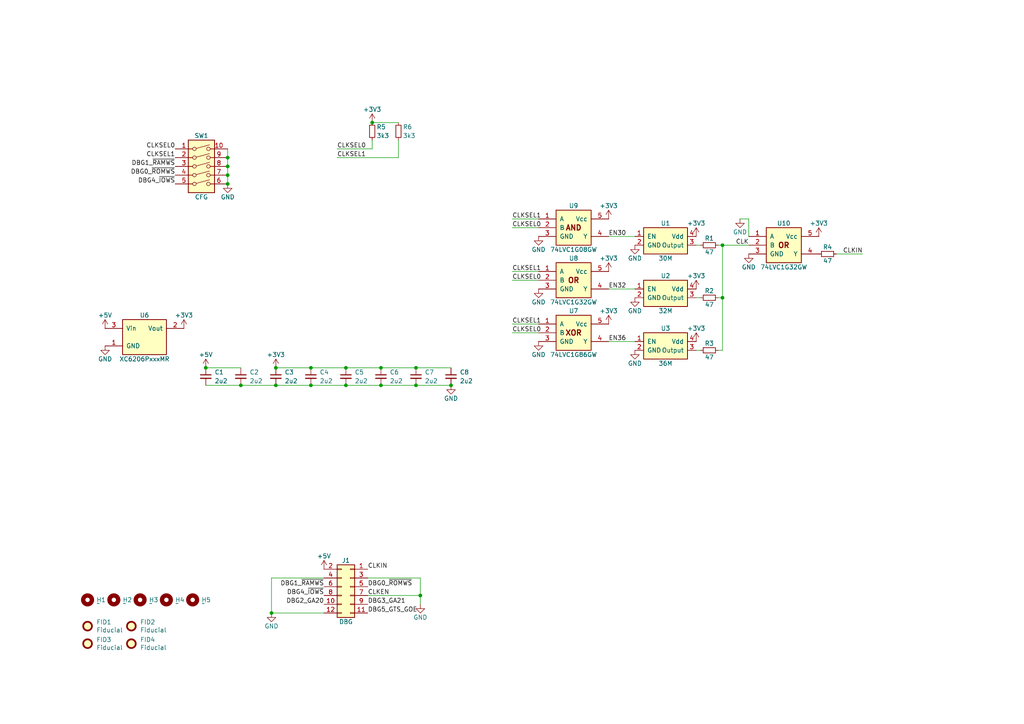
<source format=kicad_sch>
(kicad_sch (version 20231120) (generator "eeschema") (generator_version "8.0")
  (paper "A4")
  (title_block (title "WarpSE-OC (GW4411A)") (date "2024-10-19") (rev "1.0") (company "Garrett's Workshop"))
  (lib_symbols
    (symbol "+5V_1" (power) (pin_numbers hide) (pin_names (offset 0) hide)
      (property "Value" "+5V" (at 0 3.556 0))
      (symbol "+5V_1_0_1"
        (polyline (pts (xy -0.762 1.27) (xy 0 2.54)))
        (polyline (pts (xy 0 0) (xy 0 2.54)))
        (polyline (pts (xy 0 2.54) (xy 0.762 1.27)))
      )
      (symbol "+5V_1_1_1"
        (pin power_in line (at 0 0 90) (length 0) (name "~") (number "1"))
      )
    )
    (symbol "Connector_Generic:Conn_02x06_Odd_Even" (pin_names (offset 1.016) hide)
      (property "Reference" "J" (at 1.27 7.62 0))
      (property "Value" "Conn_02x06_Odd_Even" (at 1.27 -10.16 0))
      (symbol "Conn_02x06_Odd_Even_1_1"
        (rectangle (start -1.27 -7.493) (end 0 -7.747) (stroke (width 0.1524)))
        (rectangle (start -1.27 -4.953) (end 0 -5.207) (stroke (width 0.1524)))
        (rectangle (start -1.27 -2.413) (end 0 -2.667) (stroke (width 0.1524)))
        (rectangle (start -1.27 0.127) (end 0 -0.127) (stroke (width 0.1524)))
        (rectangle (start -1.27 2.667) (end 0 2.413) (stroke (width 0.1524)))
        (rectangle (start -1.27 5.207) (end 0 4.953) (stroke (width 0.1524)))
        (rectangle (start -1.27 6.35) (end 3.81 -8.89) (stroke (width 0.254)) (fill (type background)))
        (rectangle (start 3.81 -7.493) (end 2.54 -7.747) (stroke (width 0.1524)))
        (rectangle (start 3.81 -4.953) (end 2.54 -5.207) (stroke (width 0.1524)))
        (rectangle (start 3.81 -2.413) (end 2.54 -2.667) (stroke (width 0.1524)))
        (rectangle (start 3.81 0.127) (end 2.54 -0.127) (stroke (width 0.1524)))
        (rectangle (start 3.81 2.667) (end 2.54 2.413) (stroke (width 0.1524)))
        (rectangle (start 3.81 5.207) (end 2.54 4.953) (stroke (width 0.1524)))
        (pin passive line (at -5.08 5.08 0) (length 3.81) (name "Pin_1") (number "1"))
        (pin passive line (at 7.62 -5.08 180) (length 3.81) (name "Pin_10") (number "10"))
        (pin passive line (at -5.08 -7.62 0) (length 3.81) (name "Pin_11") (number "11"))
        (pin passive line (at 7.62 -7.62 180) (length 3.81) (name "Pin_12") (number "12"))
        (pin passive line (at 7.62 5.08 180) (length 3.81) (name "Pin_2") (number "2"))
        (pin passive line (at -5.08 2.54 0) (length 3.81) (name "Pin_3") (number "3"))
        (pin passive line (at 7.62 2.54 180) (length 3.81) (name "Pin_4") (number "4"))
        (pin passive line (at -5.08 0 0) (length 3.81) (name "Pin_5") (number "5"))
        (pin passive line (at 7.62 0 180) (length 3.81) (name "Pin_6") (number "6"))
        (pin passive line (at -5.08 -2.54 0) (length 3.81) (name "Pin_7") (number "7"))
        (pin passive line (at 7.62 -2.54 180) (length 3.81) (name "Pin_8") (number "8"))
        (pin passive line (at -5.08 -5.08 0) (length 3.81) (name "Pin_9") (number "9"))
      )
    )
    (symbol "Device:C_Small" (pin_numbers hide) (pin_names (offset 0.254) hide)
      (property "Reference" "C" (at 0.254 1.778 0))
      (property "Value" "C_Small" (at 0.254 -2.032 0))
      (symbol "C_Small_0_1"
        (polyline (pts (xy -1.524 -0.508) (xy 1.524 -0.508)) (stroke (width 0.3302)))
        (polyline (pts (xy -1.524 0.508) (xy 1.524 0.508)) (stroke (width 0.3048)))
      )
      (symbol "C_Small_1_1"
        (pin passive line (at 0 2.54 270) (length 2.032) (name "~") (number "1"))
        (pin passive line (at 0 -2.54 90) (length 2.032) (name "~") (number "2"))
      )
    )
    (symbol "Device:R_Small" (pin_numbers hide) (pin_names (offset 0.254) hide)
      (property "Reference" "R" (at 0.762 0.508 0))
      (property "Value" "R_Small" (at 0.762 -1.016 0))
      (symbol "R_Small_0_1"
        (rectangle (start -0.762 1.778) (end 0.762 -1.778) (stroke (width 0.2032)))
      )
      (symbol "R_Small_1_1"
        (pin passive line (at 0 2.54 270) (length 0.762) (name "~") (number "1"))
        (pin passive line (at 0 -2.54 90) (length 0.762) (name "~") (number "2"))
      )
    )
    (symbol "GND_1" (power) (pin_numbers hide) (pin_names (offset 0) hide)
      (property "Value" "GND" (at 0 -3.81 0))
      (symbol "GND_1_0_1"
        (polyline (pts (xy 0 0) (xy 0 -1.27) (xy 1.27 -1.27) (xy 0 -2.54) (xy -1.27 -1.27) (xy 0 -1.27)))
      )
      (symbol "GND_1_1_1"
        (pin power_in line (at 0 0 270) (length 0) (name "~") (number "1"))
      )
    )
    (symbol "GW_Logic:741G08GW" (pin_names (offset 1.016))
      (property "Reference" "U" (at 0 6.35 0))
      (property "Value" "741G08GW" (at 0 -6.35 0))
      (symbol "741G08GW_0_1"
        (rectangle (start 5.08 -5.08) (end -5.08 5.08) (stroke (width 0.254)) (fill (type background)))
      )
      (symbol "741G08GW_1_1"
        (text "AND" (at 0 0 0) (effects (font (size 1.524 1.524) (bold yes))))
        (pin input line (at -10.16 2.54 0) (length 5.08) (name "A") (number "1"))
        (pin input line (at -10.16 0 0) (length 5.08) (name "B") (number "2"))
        (pin power_in line (at -10.16 -2.54 0) (length 5.08) (name "GND") (number "3"))
        (pin output line (at 10.16 -2.54 180) (length 5.08) (name "Y") (number "4"))
        (pin power_in line (at 10.16 2.54 180) (length 5.08) (name "Vcc") (number "5"))
      )
    )
    (symbol "GW_Logic:741G32GW" (pin_names (offset 1.016))
      (property "Reference" "U" (at 0 6.35 0))
      (property "Value" "741G32GW" (at 0 -6.35 0))
      (symbol "741G32GW_0_1"
        (rectangle (start -5.08 5.08) (end 5.08 -5.08) (stroke (width 0.254)) (fill (type background)))
      )
      (symbol "741G32GW_1_1"
        (text "OR" (at 0 0 0) (effects (font (size 1.524 1.524) (bold yes))))
        (pin input line (at -10.16 2.54 0) (length 5.08) (name "A") (number "1"))
        (pin input line (at -10.16 0 0) (length 5.08) (name "B") (number "2"))
        (pin power_in line (at -10.16 -2.54 0) (length 5.08) (name "GND") (number "3"))
        (pin output line (at 10.16 -2.54 180) (length 5.08) (name "Y") (number "4"))
        (pin power_in line (at 10.16 2.54 180) (length 5.08) (name "Vcc") (number "5"))
      )
    )
    (symbol "GW_Logic:741G86GW" (pin_names (offset 1.016))
      (property "Reference" "U" (at 0 6.35 0))
      (property "Value" "741G86GW" (at 0 -6.35 0))
      (symbol "741G86GW_0_1"
        (rectangle (start 5.08 -5.08) (end -5.08 5.08) (stroke (width 0.254)) (fill (type background)))
      )
      (symbol "741G86GW_1_1"
        (text "XOR" (at 0 0 0) (effects (font (size 1.524 1.524) (bold yes))))
        (pin input line (at -10.16 2.54 0) (length 5.08) (name "A") (number "1"))
        (pin input line (at -10.16 0 0) (length 5.08) (name "B") (number "2"))
        (pin power_in line (at -10.16 -2.54 0) (length 5.08) (name "GND") (number "3"))
        (pin output line (at 10.16 -2.54 180) (length 5.08) (name "Y") (number "4"))
        (pin power_in line (at 10.16 2.54 180) (length 5.08) (name "Vcc") (number "5"))
      )
    )
    (symbol "GW_Logic:Oscillator_4P" (pin_names (offset 1.016))
      (property "Reference" "U" (at 0 6.35 0))
      (property "Value" "Oscillator_4P" (at 0 -3.81 0))
      (symbol "Oscillator_4P_0_1"
        (rectangle (start -6.35 5.08) (end 6.35 -2.54) (stroke (width 0.254)) (fill (type background)))
      )
      (symbol "Oscillator_4P_1_1"
        (pin input line (at -8.89 2.54 0) (length 2.54) (name "EN") (number "1"))
        (pin power_in line (at -8.89 0 0) (length 2.54) (name "GND") (number "2"))
        (pin output line (at 8.89 0 180) (length 2.54) (name "Output") (number "3"))
        (pin power_in line (at 8.89 2.54 180) (length 2.54) (name "Vdd") (number "4"))
      )
    )
    (symbol "GW_Power:XC6206PxxxMR" (pin_names (offset 1.016))
      (property "Reference" "U" (at 0 6.35 0))
      (property "Value" "XC6206PxxxMR" (at 0 -6.35 0))
      (symbol "XC6206PxxxMR_0_1"
        (rectangle (start -6.35 5.08) (end 6.35 -5.08) (stroke (width 0.254)) (fill (type background)))
      )
      (symbol "XC6206PxxxMR_1_1"
        (pin power_in line (at -11.43 -2.54 0) (length 5.08) (name "GND") (number "1"))
        (pin power_out line (at 11.43 2.54 180) (length 5.08) (name "Vout") (number "2"))
        (pin power_in line (at -11.43 2.54 0) (length 5.08) (name "Vin") (number "3"))
      )
    )
    (symbol "Mechanical:Fiducial"
      (property "Reference" "FID" (at 0 5.08 0))
      (property "Value" "Fiducial" (at 0 3.175 0))
      (symbol "Fiducial_0_1"
        (circle (center 0 0) (radius 1.27) (stroke (width 0.508)) (fill (type background)))
      )
    )
    (symbol "Mechanical:MountingHole" (pin_names (offset 1.016))
      (property "Reference" "H" (at 0 5.08 0))
      (property "Value" "MountingHole" (at 0 3.175 0))
      (symbol "MountingHole_0_1"
        (circle (center 0 0) (radius 1.27) (stroke (width 1.27)))
      )
    )
    (symbol "Switch:SW_DIP_x05" (pin_names (offset 0) hide)
      (property "Reference" "SW" (at 0 8.89 0))
      (property "Value" "SW_DIP_x05" (at 0 -8.89 0))
      (symbol "SW_DIP_x05_0_0"
        (circle (center -2.032 -5.08) (radius 0.508))
        (circle (center -2.032 -2.54) (radius 0.508))
        (circle (center -2.032 0) (radius 0.508))
        (circle (center -2.032 2.54) (radius 0.508))
        (circle (center -2.032 5.08) (radius 0.508))
        (polyline (pts (xy -1.524 -4.9276) (xy 2.3622 -3.8862)))
        (polyline (pts (xy -1.524 -2.3876) (xy 2.3622 -1.3462)))
        (polyline (pts (xy -1.524 0.127) (xy 2.3622 1.1684)))
        (polyline (pts (xy -1.524 2.667) (xy 2.3622 3.7084)))
        (polyline (pts (xy -1.524 5.207) (xy 2.3622 6.2484)))
        (circle (center 2.032 -5.08) (radius 0.508))
        (circle (center 2.032 -2.54) (radius 0.508))
        (circle (center 2.032 0) (radius 0.508))
        (circle (center 2.032 2.54) (radius 0.508))
        (circle (center 2.032 5.08) (radius 0.508))
      )
      (symbol "SW_DIP_x05_0_1"
        (rectangle (start -3.81 7.62) (end 3.81 -7.62) (stroke (width 0.254)) (fill (type background)))
      )
      (symbol "SW_DIP_x05_1_1"
        (pin passive line (at -7.62 5.08 0) (length 5.08) (name "~") (number "1"))
        (pin passive line (at 7.62 5.08 180) (length 5.08) (name "~") (number "10"))
        (pin passive line (at -7.62 2.54 0) (length 5.08) (name "~") (number "2"))
        (pin passive line (at -7.62 0 0) (length 5.08) (name "~") (number "3"))
        (pin passive line (at -7.62 -2.54 0) (length 5.08) (name "~") (number "4"))
        (pin passive line (at -7.62 -5.08 0) (length 5.08) (name "~") (number "5"))
        (pin passive line (at 7.62 -5.08 180) (length 5.08) (name "~") (number "6"))
        (pin passive line (at 7.62 -2.54 180) (length 5.08) (name "~") (number "7"))
        (pin passive line (at 7.62 0 180) (length 5.08) (name "~") (number "8"))
        (pin passive line (at 7.62 2.54 180) (length 5.08) (name "~") (number "9"))
      )
    )
    (symbol "power:+3V3" (power) (pin_numbers hide) (pin_names (offset 0) hide)
      (property "Value" "+3V3" (at 0 3.556 0))
      (symbol "+3V3_0_1"
        (polyline (pts (xy -0.762 1.27) (xy 0 2.54)))
        (polyline (pts (xy 0 0) (xy 0 2.54)))
        (polyline (pts (xy 0 2.54) (xy 0.762 1.27)))
      )
      (symbol "+3V3_1_1"
        (pin power_in line (at 0 0 90) (length 0) (name "~") (number "1"))
      )
    )
    (symbol "power:+5V" (power) (pin_names (offset 0))
      (property "Value" "+5V" (at 0 3.556 0))
      (symbol "+5V_0_1"
        (polyline (pts (xy -0.762 1.27) (xy 0 2.54)))
        (polyline (pts (xy 0 0) (xy 0 2.54)))
        (polyline (pts (xy 0 2.54) (xy 0.762 1.27)))
      )
      (symbol "+5V_1_1"
        (pin power_in line (at 0 0 90) (length 0) hide (name "+5V") (number "1"))
      )
    )
    (symbol "power:GND" (power) (pin_names (offset 0))
      (property "Value" "GND" (at 0 -3.81 0))
      (symbol "GND_0_1"
        (polyline (pts (xy 0 0) (xy 0 -1.27) (xy 1.27 -1.27) (xy 0 -2.54) (xy -1.27 -1.27) (xy 0 -1.27)))
      )
      (symbol "GND_1_1"
        (pin power_in line (at 0 0 270) (length 0) hide (name "GND") (number "1"))
      )
    )
  )
  (junction (at 90.17 106.68))
  (junction (at 78.74 177.8))
  (junction (at 110.49 111.76))
  (junction (at 80.01 111.76))
  (junction (at 209.55 86.36))
  (junction (at 69.85 111.76))
  (junction (at 66.04 45.72))
  (junction (at 120.65 106.68))
  (junction (at 80.01 106.68))
  (junction (at 107.95 35.56))
  (junction (at 110.49 106.68))
  (junction (at 130.81 111.76))
  (junction (at 66.04 50.8))
  (junction (at 100.33 111.76))
  (junction (at 90.17 111.76))
  (junction (at 59.69 106.68))
  (junction (at 100.33 106.68))
  (junction (at 120.65 111.76))
  (junction (at 209.55 71.12))
  (junction (at 121.92 172.72))
  (junction (at 66.04 53.34))
  (junction (at 66.04 48.26))
  (wire (pts (xy 176.53 99.06) (xy 184.15 99.06)))
  (wire (pts (xy 110.49 111.76) (xy 120.65 111.76)))
  (wire (pts (xy 80.01 106.68) (xy 90.17 106.68)))
  (wire (pts (xy 148.59 66.04) (xy 156.21 66.04)))
  (wire (pts (xy 121.92 167.64) (xy 106.68 167.64)))
  (wire (pts (xy 176.53 68.58) (xy 184.15 68.58)))
  (wire (pts (xy 201.93 101.6) (xy 203.2 101.6)))
  (wire (pts (xy 148.59 81.28) (xy 156.21 81.28)))
  (wire (pts (xy 214.63 63.5) (xy 217.17 63.5)))
  (wire (pts (xy 59.69 106.68) (xy 69.85 106.68)))
  (wire (pts (xy 148.59 93.98) (xy 156.21 93.98)))
  (wire (pts (xy 66.04 45.72) (xy 66.04 48.26)))
  (wire (pts (xy 59.69 111.76) (xy 69.85 111.76)))
  (wire (pts (xy 66.04 43.18) (xy 66.04 45.72)))
  (wire (pts (xy 100.33 111.76) (xy 110.49 111.76)))
  (wire (pts (xy 120.65 106.68) (xy 130.81 106.68)))
  (wire (pts (xy 209.55 86.36) (xy 209.55 101.6)))
  (wire (pts (xy 208.28 71.12) (xy 209.55 71.12)))
  (wire (pts (xy 201.93 86.36) (xy 203.2 86.36)))
  (wire (pts (xy 66.04 50.8) (xy 66.04 53.34)))
  (wire (pts (xy 69.85 111.76) (xy 80.01 111.76)))
  (wire (pts (xy 121.92 172.72) (xy 121.92 175.26)))
  (wire (pts (xy 80.01 111.76) (xy 90.17 111.76)))
  (wire (pts (xy 97.79 45.72) (xy 115.57 45.72)))
  (wire (pts (xy 66.04 48.26) (xy 66.04 50.8)))
  (wire (pts (xy 100.33 106.68) (xy 110.49 106.68)))
  (wire (pts (xy 217.17 71.12) (xy 209.55 71.12)))
  (wire (pts (xy 120.65 111.76) (xy 130.81 111.76)))
  (wire (pts (xy 78.74 177.8) (xy 93.98 177.8)))
  (wire (pts (xy 217.17 63.5) (xy 217.17 68.58)))
  (wire (pts (xy 242.57 73.66) (xy 250.19 73.66)))
  (wire (pts (xy 78.74 167.64) (xy 78.74 177.8)))
  (wire (pts (xy 148.59 63.5) (xy 156.21 63.5)))
  (wire (pts (xy 90.17 106.68) (xy 100.33 106.68)))
  (wire (pts (xy 106.68 172.72) (xy 121.92 172.72)))
  (wire (pts (xy 121.92 167.64) (xy 121.92 172.72)))
  (wire (pts (xy 148.59 96.52) (xy 156.21 96.52)))
  (wire (pts (xy 148.59 78.74) (xy 156.21 78.74)))
  (wire (pts (xy 107.95 40.64) (xy 107.95 43.18)))
  (wire (pts (xy 201.93 71.12) (xy 203.2 71.12)))
  (wire (pts (xy 115.57 40.64) (xy 115.57 45.72)))
  (wire (pts (xy 209.55 71.12) (xy 209.55 86.36)))
  (wire (pts (xy 209.55 101.6) (xy 208.28 101.6)))
  (wire (pts (xy 176.53 83.82) (xy 184.15 83.82)))
  (wire (pts (xy 110.49 106.68) (xy 120.65 106.68)))
  (wire (pts (xy 78.74 167.64) (xy 93.98 167.64)))
  (wire (pts (xy 97.79 43.18) (xy 107.95 43.18)))
  (wire (pts (xy 208.28 86.36) (xy 209.55 86.36)))
  (wire (pts (xy 107.95 35.56) (xy 115.57 35.56)))
  (wire (pts (xy 90.17 111.76) (xy 100.33 111.76)))
  (label "EN30" (at 176.53 68.58 0))
  (label "DBG4_~{IOWS}" (at 93.98 172.72 180))
  (label "CLKIN" (at 106.68 165.1 0))
  (label "EN36" (at 176.53 99.06 0))
  (label "CLKEN" (at 106.68 172.72 0))
  (label "DBG2_GA20" (at 93.98 175.26 180))
  (label "CLKSEL1" (at 148.59 78.74 0))
  (label "DBG1_~{RAMWS}" (at 50.8 48.26 180))
  (label "CLKIN" (at 250.19 73.66 180))
  (label "CLKSEL1" (at 97.79 45.72 0))
  (label "DBG3_GA21" (at 106.68 175.26 0))
  (label "EN32" (at 176.53 83.82 0))
  (label "CLKSEL0" (at 148.59 66.04 0))
  (label "DBG0_~{ROMWS}" (at 106.68 170.18 0))
  (label "DBG0_~{ROMWS}" (at 50.8 50.8 180))
  (label "CLKSEL1" (at 50.8 45.72 180))
  (label "CLKSEL0" (at 148.59 96.52 0))
  (label "DBG5_GTS_GOE" (at 106.68 177.8 0))
  (label "CLKSEL0" (at 97.79 43.18 0))
  (label "CLKSEL1" (at 148.59 93.98 0))
  (label "CLKSEL0" (at 50.8 43.18 180))
  (label "DBG4_~{IOWS}" (at 50.8 53.34 180))
  (label "CLK" (at 217.17 71.12 180))
  (label "CLKSEL0" (at 148.59 81.28 0))
  (label "CLKSEL1" (at 148.59 63.5 0))
  (label "DBG1_~{RAMWS}" (at 93.98 170.18 180))
  (symbol (lib_id "Mechanical:MountingHole") (at 55.88 173.99 0) (unit 1)
    (property "Reference" "H5" (at 58.42 173.99 0) (effects (justify left)))
    (property "Value" "~" (at 58.42 175.006 0) (effects (justify left)))
    (property "Footprint" "stdpads:PasteHole_1.152mm_NPTH" (effects (hide yes)))
  )
  (symbol (lib_id "Mechanical:Fiducial") (at 25.4 181.61 0) (unit 1)
    (property "Reference" "FID1" (at 27.94 180.4416 0) (effects (justify left)))
    (property "Value" "Fiducial" (at 27.94 182.753 0) (effects (justify left)))
    (property "Footprint" "stdpads:Fiducial" (effects (hide yes)))
  )
  (symbol (lib_id "Mechanical:Fiducial") (at 38.1 181.61 0) (unit 1)
    (property "Reference" "FID2" (at 40.64 180.4416 0) (effects (justify left)))
    (property "Value" "Fiducial" (at 40.64 182.753 0) (effects (justify left)))
    (property "Footprint" "stdpads:Fiducial" (effects (hide yes)))
  )
  (symbol (lib_id "Mechanical:Fiducial") (at 25.4 186.69 0) (unit 1)
    (property "Reference" "FID3" (at 27.94 185.5216 0) (effects (justify left)))
    (property "Value" "Fiducial" (at 27.94 187.833 0) (effects (justify left)))
    (property "Footprint" "stdpads:Fiducial" (effects (hide yes)))
  )
  (symbol (lib_id "Mechanical:Fiducial") (at 38.1 186.69 0) (unit 1)
    (property "Reference" "FID4" (at 40.64 185.5216 0) (effects (justify left)))
    (property "Value" "Fiducial" (at 40.64 187.833 0) (effects (justify left)))
    (property "Footprint" "stdpads:Fiducial" (effects (hide yes)))
  )
  (symbol (lib_id "Mechanical:MountingHole") (at 25.4 173.99 0) (unit 1)
    (property "Reference" "H1" (at 27.94 173.99 0) (effects (justify left)))
    (property "Value" "~" (at 27.94 175.006 0) (effects (justify left)))
    (property "Footprint" "stdpads:PasteHole_1.152mm_NPTH" (effects (hide yes)))
  )
  (symbol (lib_id "Mechanical:MountingHole") (at 33.02 173.99 0) (unit 1)
    (property "Reference" "H2" (at 35.56 173.99 0) (effects (justify left)))
    (property "Value" "~" (at 35.56 175.006 0) (effects (justify left)))
    (property "Footprint" "stdpads:PasteHole_1.152mm_NPTH" (effects (hide yes)))
  )
  (symbol (lib_id "Mechanical:MountingHole") (at 40.64 173.99 0) (unit 1)
    (property "Reference" "H3" (at 43.18 173.99 0) (effects (justify left)))
    (property "Value" "~" (at 43.18 175.006 0) (effects (justify left)))
    (property "Footprint" "stdpads:PasteHole_1.152mm_NPTH" (effects (hide yes)))
  )
  (symbol (lib_id "Mechanical:MountingHole") (at 48.26 173.99 0) (unit 1)
    (property "Reference" "H4" (at 50.8 173.99 0) (effects (justify left)))
    (property "Value" "~" (at 50.8 175.006 0) (effects (justify left)))
    (property "Footprint" "stdpads:PasteHole_1.152mm_NPTH" (effects (hide yes)))
  )
  (symbol (lib_id "power:+3V3") (at 80.01 106.68 0) (unit 1)
    (property "Reference" "#PWR018" (effects (hide yes)))
    (property "Value" "+3V3" (at 80.01 102.87 0))
    (property "Description" "Power symbol creates a global label with name \"+3V3\"" (effects (hide yes)))
  )
  (symbol (lib_id "power:GND") (at 184.15 101.6 0) (unit 1)
    (property "Reference" "#PWR012" (effects (hide yes)))
    (property "Value" "GND" (at 184.15 105.41 0))
  )
  (symbol (lib_id "power:+3V3") (at 53.34 95.25 0) (unit 1)
    (property "Reference" "#PWR021" (effects (hide yes)))
    (property "Value" "+3V3" (at 53.34 91.44 0))
    (property "Description" "Power symbol creates a global label with name \"+3V3\"" (effects (hide yes)))
  )
  (symbol (lib_id "Switch:SW_DIP_x05") (at 58.42 48.26 0) (unit 1)
    (property "Reference" "SW1" (at 58.42 39.37 0))
    (property "Value" "CFG" (at 58.42 57.15 0))
    (property "Footprint" "stdpads:SW_DIP_SPSTx05_Slide_DSHP05TS_P1.27mm" (effects (hide yes)))
    (property "Description" "5x DIP Switch, Single Pole Single Throw (SPST) switch, small symbol" (effects (hide yes)))
  )
  (symbol (lib_id "Device:C_Small") (at 120.65 109.22 0) (unit 1)
    (property "Reference" "C7" (at 123.19 107.9562 0) (effects (justify left)))
    (property "Value" "2u2" (at 123.19 110.4962 0) (effects (justify left)))
    (property "Footprint" "stdpads:C_0603" (effects (hide yes)))
    (property "Description" "Unpolarized capacitor, small symbol" (effects (hide yes)))
  )
  (symbol (lib_name "+5V_1") (lib_id "power:+5V") (at 30.48 95.25 0) (unit 1)
    (property "Reference" "#PWR019" (effects (hide yes)))
    (property "Value" "+5V" (at 30.48 91.44 0))
    (property "Description" "Power symbol creates a global label with name \"+5V\"" (effects (hide yes)))
  )
  (symbol (lib_id "power:GND") (at 78.74 177.8 0) (unit 1)
    (property "Reference" "#PWR06" (effects (hide yes)))
    (property "Value" "GND" (at 78.74 181.61 0))
  )
  (symbol (lib_id "Device:C_Small") (at 90.17 109.22 0) (unit 1)
    (property "Reference" "C4" (at 92.71 107.9562 0) (effects (justify left)))
    (property "Value" "2u2" (at 92.71 110.4962 0) (effects (justify left)))
    (property "Footprint" "stdpads:C_0603" (effects (hide yes)))
    (property "Description" "Unpolarized capacitor, small symbol" (effects (hide yes)))
  )
  (symbol (lib_id "Device:C_Small") (at 100.33 109.22 0) (unit 1)
    (property "Reference" "C5" (at 102.87 107.9562 0) (effects (justify left)))
    (property "Value" "2u2" (at 102.87 110.4962 0) (effects (justify left)))
    (property "Footprint" "stdpads:C_0603" (effects (hide yes)))
    (property "Description" "Unpolarized capacitor, small symbol" (effects (hide yes)))
  )
  (symbol (lib_id "power:+3V3") (at 107.95 35.56 0) (unit 1)
    (property "Reference" "#PWR023" (effects (hide yes)))
    (property "Value" "+3V3" (at 107.95 31.75 0))
    (property "Description" "Power symbol creates a global label with name \"+3V3\"" (effects (hide yes)))
  )
  (symbol (lib_id "power:+3V3") (at 176.53 63.5 0) (unit 1)
    (property "Reference" "#PWR022" (effects (hide yes)))
    (property "Value" "+3V3" (at 176.53 59.69 0))
    (property "Description" "Power symbol creates a global label with name \"+3V3\"" (effects (hide yes)))
  )
  (symbol (lib_id "GW_Logic:Oscillator_4P") (at 193.04 71.12 0) (unit 1)
    (property "Reference" "U1" (at 193.04 64.77 0))
    (property "Value" "30M" (at 193.04 74.93 0))
    (property "Footprint" "stdpads:Crystal_SMD_3225-4Pin_3.2x2.5mm" (effects (hide yes)))
  )
  (symbol (lib_id "power:GND") (at 130.81 111.76 0) (unit 1)
    (property "Reference" "#PWR017" (effects (hide yes)))
    (property "Value" "GND" (at 130.81 115.57 0))
  )
  (symbol (lib_id "power:GND") (at 184.15 71.12 0) (unit 1)
    (property "Reference" "#PWR04" (effects (hide yes)))
    (property "Value" "GND" (at 184.15 74.93 0))
  )
  (symbol (lib_id "power:+3V3") (at 176.53 78.74 0) (unit 1)
    (property "Reference" "#PWR024" (effects (hide yes)))
    (property "Value" "+3V3" (at 176.53 74.93 0))
    (property "Description" "Power symbol creates a global label with name \"+3V3\"" (effects (hide yes)))
  )
  (symbol (lib_id "power:GND") (at 217.17 73.66 0) (unit 1)
    (property "Reference" "#PWR029" (effects (hide yes)))
    (property "Value" "GND" (at 217.17 77.47 0))
  )
  (symbol (lib_id "Device:R_Small") (at 115.57 38.1 180) (unit 1)
    (property "Reference" "R6" (at 116.84 36.83 0) (effects (justify right)))
    (property "Value" "3k3" (at 116.84 39.37 0) (effects (justify right)))
    (property "Footprint" "stdpads:R_0603" (effects (hide yes)))
    (property "Description" "Resistor, small symbol" (effects (hide yes)))
  )
  (symbol (lib_id "Device:R_Small") (at 205.74 71.12 90) (unit 1)
    (property "Reference" "R1" (at 205.74 69.85 90) (effects (justify top)))
    (property "Value" "47" (at 205.74 72.39 90) (effects (justify bottom)))
    (property "Footprint" "stdpads:R_0603" (effects (hide yes)))
    (property "Description" "Resistor, small symbol" (effects (hide yes)))
  )
  (symbol (lib_id "Connector_Generic:Conn_02x06_Odd_Even") (at 101.6 170.18 0) (mirror y) (unit 1)
    (property "Reference" "J1" (at 100.33 162.56 0))
    (property "Value" "DBG" (at 100.33 180.34 0))
    (property "Footprint" "stdpads:PinHeader_2x06_P2.54mm_Vertical" (effects (hide yes)))
    (property "Description" "Generic connector, double row, 02x06, odd/even pin numbering scheme (row 1 odd numbers, row 2 even numbers), script generated (kicad-library-utils/schlib/autogen/connector/)" (effects (hide yes)))
  )
  (symbol (lib_id "GW_Logic:Oscillator_4P") (at 193.04 86.36 0) (unit 1)
    (property "Reference" "U2" (at 193.04 80.01 0))
    (property "Value" "32M" (at 193.04 90.17 0))
    (property "Footprint" "stdpads:Crystal_SMD_3225-4Pin_3.2x2.5mm" (effects (hide yes)))
  )
  (symbol (lib_id "Device:R_Small") (at 205.74 101.6 90) (unit 1)
    (property "Reference" "R3" (at 205.74 100.33 90) (effects (justify top)))
    (property "Value" "47" (at 205.74 102.87 90) (effects (justify bottom)))
    (property "Footprint" "stdpads:R_0603" (effects (hide yes)))
    (property "Description" "Resistor, small symbol" (effects (hide yes)))
  )
  (symbol (lib_id "Device:C_Small") (at 130.81 109.22 0) (unit 1)
    (property "Reference" "C8" (at 133.35 107.9562 0) (effects (justify left)))
    (property "Value" "2u2" (at 133.35 110.4962 0) (effects (justify left)))
    (property "Footprint" "stdpads:C_0603" (effects (hide yes)))
    (property "Description" "Unpolarized capacitor, small symbol" (effects (hide yes)))
  )
  (symbol (lib_id "power:GND") (at 30.48 100.33 0) (unit 1)
    (property "Reference" "#PWR020" (effects (hide yes)))
    (property "Value" "GND" (at 30.48 104.14 0))
  )
  (symbol (lib_id "Device:R_Small") (at 240.03 73.66 90) (unit 1)
    (property "Reference" "R4" (at 240.03 72.39 90) (effects (justify top)))
    (property "Value" "47" (at 240.03 74.93 90) (effects (justify bottom)))
    (property "Footprint" "stdpads:R_0603" (effects (hide yes)))
    (property "Description" "Resistor, small symbol" (effects (hide yes)))
  )
  (symbol (lib_id "power:GND") (at 121.92 175.26 0) (mirror y) (unit 1)
    (property "Reference" "#PWR09" (effects (hide yes)))
    (property "Value" "GND" (at 121.92 179.07 0))
  )
  (symbol (lib_id "power:+5V") (at 93.98 165.1 0) (unit 1)
    (property "Reference" "#PWR07" (effects (hide yes)))
    (property "Value" "+5V" (at 93.98 161.29 0))
  )
  (symbol (lib_id "Device:C_Small") (at 59.69 109.22 0) (unit 1)
    (property "Reference" "C1" (at 62.23 107.9562 0) (effects (justify left)))
    (property "Value" "2u2" (at 62.23 110.4962 0) (effects (justify left)))
    (property "Footprint" "stdpads:C_0603" (effects (hide yes)))
    (property "Description" "Unpolarized capacitor, small symbol" (effects (hide yes)))
  )
  (symbol (lib_id "GW_Power:XC6206PxxxMR") (at 41.91 97.79 0) (unit 1)
    (property "Reference" "U6" (at 41.91 91.44 0))
    (property "Value" "XC6206PxxxMR" (at 41.91 104.14 0))
    (property "Footprint" "stdpads:SOT-23" (effects (hide yes)))
  )
  (symbol (lib_id "power:+3V3") (at 201.93 68.58 0) (unit 1)
    (property "Reference" "#PWR05" (effects (hide yes)))
    (property "Value" "+3V3" (at 201.93 64.77 0))
    (property "Description" "Power symbol creates a global label with name \"+3V3\"" (effects (hide yes)))
  )
  (symbol (lib_id "power:+3V3") (at 237.49 68.58 0) (unit 1)
    (property "Reference" "#PWR031" (effects (hide yes)))
    (property "Value" "+3V3" (at 237.49 64.77 0))
    (property "Description" "Power symbol creates a global label with name \"+3V3\"" (effects (hide yes)))
  )
  (symbol (lib_id "Device:C_Small") (at 69.85 109.22 0) (unit 1)
    (property "Reference" "C2" (at 72.39 107.9562 0) (effects (justify left)))
    (property "Value" "2u2" (at 72.39 110.4962 0) (effects (justify left)))
    (property "Footprint" "stdpads:C_0603" (effects (hide yes)))
    (property "Description" "Unpolarized capacitor, small symbol" (effects (hide yes)))
  )
  (symbol (lib_id "power:GND") (at 156.21 68.58 0) (unit 1)
    (property "Reference" "#PWR026" (effects (hide yes)))
    (property "Value" "GND" (at 156.21 72.39 0))
  )
  (symbol (lib_id "Device:C_Small") (at 80.01 109.22 0) (unit 1)
    (property "Reference" "C3" (at 82.55 107.9562 0) (effects (justify left)))
    (property "Value" "2u2" (at 82.55 110.4962 0) (effects (justify left)))
    (property "Footprint" "stdpads:C_0603" (effects (hide yes)))
    (property "Description" "Unpolarized capacitor, small symbol" (effects (hide yes)))
  )
  (symbol (lib_id "GW_Logic:741G08GW") (at 166.37 66.04 0) (unit 1)
    (property "Reference" "U9" (at 166.37 59.69 0))
    (property "Value" "74LVC1G08GW" (at 166.37 72.39 0))
    (property "Footprint" "stdpads:SOT-353" (effects (hide yes)))
  )
  (symbol (lib_id "Device:R_Small") (at 205.74 86.36 90) (unit 1)
    (property "Reference" "R2" (at 205.74 85.09 90) (effects (justify top)))
    (property "Value" "47" (at 205.74 87.63 90) (effects (justify bottom)))
    (property "Footprint" "stdpads:R_0603" (effects (hide yes)))
    (property "Description" "Resistor, small symbol" (effects (hide yes)))
  )
  (symbol (lib_id "power:GND") (at 156.21 83.82 0) (unit 1)
    (property "Reference" "#PWR027" (effects (hide yes)))
    (property "Value" "GND" (at 156.21 87.63 0))
  )
  (symbol (lib_id "power:GND") (at 214.63 63.5 0) (unit 1)
    (property "Reference" "#PWR030" (effects (hide yes)))
    (property "Value" "GND" (at 214.63 67.31 0))
  )
  (symbol (lib_id "Device:R_Small") (at 107.95 38.1 180) (unit 1)
    (property "Reference" "R5" (at 109.22 36.83 0) (effects (justify right)))
    (property "Value" "3k3" (at 109.22 39.37 0) (effects (justify right)))
    (property "Footprint" "stdpads:R_0603" (effects (hide yes)))
    (property "Description" "Resistor, small symbol" (effects (hide yes)))
  )
  (symbol (lib_id "GW_Logic:741G32GW") (at 166.37 81.28 0) (unit 1)
    (property "Reference" "U8" (at 166.37 74.93 0))
    (property "Value" "74LVC1G32GW" (at 166.37 87.63 0))
    (property "Footprint" "stdpads:SOT-353" (effects (hide yes)))
  )
  (symbol (lib_id "power:+3V3") (at 176.53 93.98 0) (unit 1)
    (property "Reference" "#PWR025" (effects (hide yes)))
    (property "Value" "+3V3" (at 176.53 90.17 0))
    (property "Description" "Power symbol creates a global label with name \"+3V3\"" (effects (hide yes)))
  )
  (symbol (lib_name "GND_1") (lib_id "power:GND") (at 66.04 53.34 0) (unit 1)
    (property "Reference" "#PWR08" (effects (hide yes)))
    (property "Value" "GND" (at 66.04 57.15 0))
    (property "Description" "Power symbol creates a global label with name \"GND\" , ground" (effects (hide yes)))
  )
  (symbol (lib_id "GW_Logic:Oscillator_4P") (at 193.04 101.6 0) (unit 1)
    (property "Reference" "U3" (at 193.04 95.25 0))
    (property "Value" "36M" (at 193.04 105.41 0))
    (property "Footprint" "stdpads:Crystal_SMD_3225-4Pin_3.2x2.5mm" (effects (hide yes)))
  )
  (symbol (lib_name "+5V_1") (lib_id "power:+5V") (at 59.69 106.68 0) (unit 1)
    (property "Reference" "#PWR016" (effects (hide yes)))
    (property "Value" "+5V" (at 59.69 102.87 0))
    (property "Description" "Power symbol creates a global label with name \"+5V\"" (effects (hide yes)))
  )
  (symbol (lib_id "power:+3V3") (at 201.93 83.82 0) (unit 1)
    (property "Reference" "#PWR011" (effects (hide yes)))
    (property "Value" "+3V3" (at 201.93 80.01 0))
    (property "Description" "Power symbol creates a global label with name \"+3V3\"" (effects (hide yes)))
  )
  (symbol (lib_id "Device:C_Small") (at 110.49 109.22 0) (unit 1)
    (property "Reference" "C6" (at 113.03 107.9562 0) (effects (justify left)))
    (property "Value" "2u2" (at 113.03 110.4962 0) (effects (justify left)))
    (property "Footprint" "stdpads:C_0603" (effects (hide yes)))
    (property "Description" "Unpolarized capacitor, small symbol" (effects (hide yes)))
  )
  (symbol (lib_id "power:GND") (at 184.15 86.36 0) (unit 1)
    (property "Reference" "#PWR010" (effects (hide yes)))
    (property "Value" "GND" (at 184.15 90.17 0))
  )
  (symbol (lib_id "power:+3V3") (at 201.93 99.06 0) (unit 1)
    (property "Reference" "#PWR013" (effects (hide yes)))
    (property "Value" "+3V3" (at 201.93 95.25 0))
    (property "Description" "Power symbol creates a global label with name \"+3V3\"" (effects (hide yes)))
  )
  (symbol (lib_id "GW_Logic:741G32GW") (at 227.33 71.12 0) (unit 1)
    (property "Reference" "U10" (at 227.33 64.77 0))
    (property "Value" "74LVC1G32GW" (at 227.33 77.47 0))
    (property "Footprint" "stdpads:SOT-353" (effects (hide yes)))
  )
  (symbol (lib_id "power:GND") (at 156.21 99.06 0) (unit 1)
    (property "Reference" "#PWR028" (effects (hide yes)))
    (property "Value" "GND" (at 156.21 102.87 0))
  )
  (symbol (lib_id "GW_Logic:741G86GW") (at 166.37 96.52 0) (unit 1)
    (property "Reference" "U7" (at 166.37 90.17 0))
    (property "Value" "74LVC1G86GW" (at 166.37 102.87 0))
    (property "Footprint" "stdpads:SOT-353" (effects (hide yes)))
  )
)
</source>
